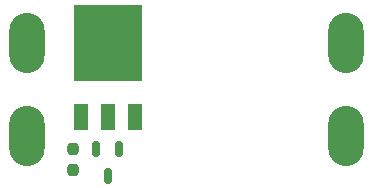
<source format=gts>
G04 #@! TF.GenerationSoftware,KiCad,Pcbnew,(6.0.10)*
G04 #@! TF.CreationDate,2023-03-12T23:34:18-05:00*
G04 #@! TF.ProjectId,ReverseVoltageProtection_Breakout,52657665-7273-4655-966f-6c7461676550,rev?*
G04 #@! TF.SameCoordinates,Original*
G04 #@! TF.FileFunction,Soldermask,Top*
G04 #@! TF.FilePolarity,Negative*
%FSLAX46Y46*%
G04 Gerber Fmt 4.6, Leading zero omitted, Abs format (unit mm)*
G04 Created by KiCad (PCBNEW (6.0.10)) date 2023-03-12 23:34:18*
%MOMM*%
%LPD*%
G01*
G04 APERTURE LIST*
G04 Aperture macros list*
%AMRoundRect*
0 Rectangle with rounded corners*
0 $1 Rounding radius*
0 $2 $3 $4 $5 $6 $7 $8 $9 X,Y pos of 4 corners*
0 Add a 4 corners polygon primitive as box body*
4,1,4,$2,$3,$4,$5,$6,$7,$8,$9,$2,$3,0*
0 Add four circle primitives for the rounded corners*
1,1,$1+$1,$2,$3*
1,1,$1+$1,$4,$5*
1,1,$1+$1,$6,$7*
1,1,$1+$1,$8,$9*
0 Add four rect primitives between the rounded corners*
20,1,$1+$1,$2,$3,$4,$5,0*
20,1,$1+$1,$4,$5,$6,$7,0*
20,1,$1+$1,$6,$7,$8,$9,0*
20,1,$1+$1,$8,$9,$2,$3,0*%
G04 Aperture macros list end*
%ADD10O,3.000000X5.100000*%
%ADD11RoundRect,0.237500X-0.237500X0.250000X-0.237500X-0.250000X0.237500X-0.250000X0.237500X0.250000X0*%
%ADD12R,1.200000X2.200000*%
%ADD13R,5.800000X6.400000*%
%ADD14RoundRect,0.150000X-0.150000X0.512500X-0.150000X-0.512500X0.150000X-0.512500X0.150000X0.512500X0*%
G04 APERTURE END LIST*
D10*
X114554000Y-117560000D03*
X114554000Y-109686000D03*
D11*
X91440000Y-118618000D03*
X91440000Y-120443000D03*
D12*
X96646500Y-115926000D03*
D13*
X94366500Y-109626000D03*
D12*
X94366500Y-115926000D03*
X92086500Y-115926000D03*
D14*
X95316500Y-118623500D03*
X93416500Y-118623500D03*
X94366500Y-120898500D03*
D10*
X87503000Y-117560000D03*
X87503000Y-109686000D03*
M02*

</source>
